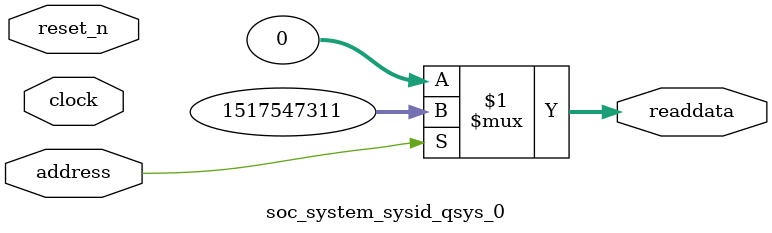
<source format=v>



// synthesis translate_off
`timescale 1ns / 1ps
// synthesis translate_on

// turn off superfluous verilog processor warnings 
// altera message_level Level1 
// altera message_off 10034 10035 10036 10037 10230 10240 10030 

module soc_system_sysid_qsys_0 (
               // inputs:
                address,
                clock,
                reset_n,

               // outputs:
                readdata
             )
;

  output  [ 31: 0] readdata;
  input            address;
  input            clock;
  input            reset_n;

  wire    [ 31: 0] readdata;
  //control_slave, which is an e_avalon_slave
  assign readdata = address ? 1517547311 : 0;

endmodule



</source>
